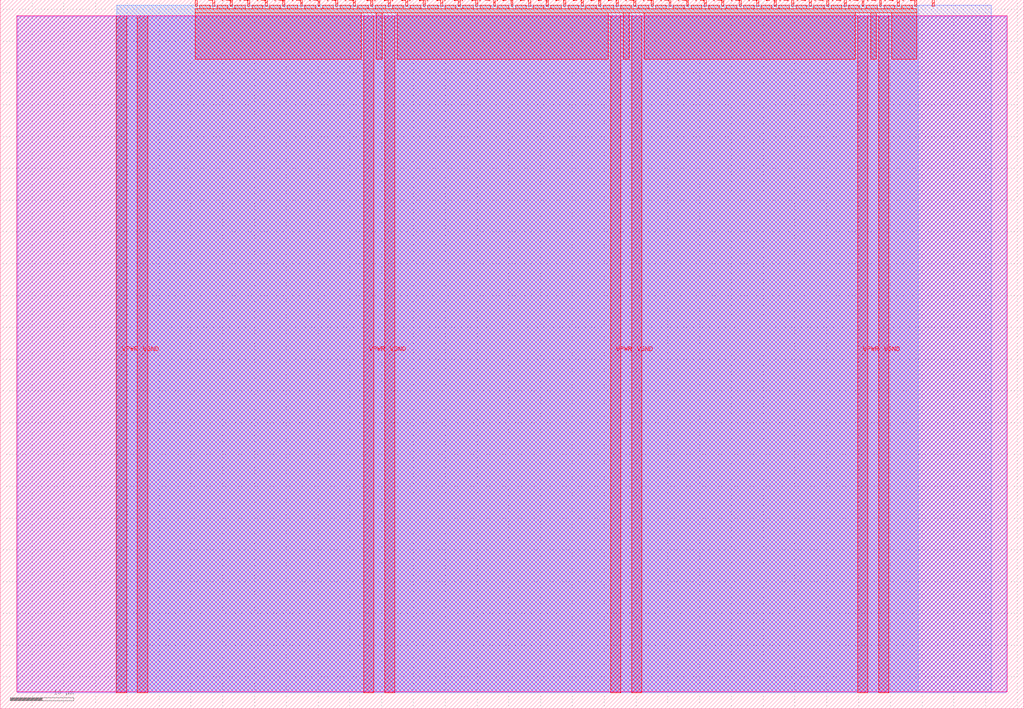
<source format=lef>
VERSION 5.7 ;
  NOWIREEXTENSIONATPIN ON ;
  DIVIDERCHAR "/" ;
  BUSBITCHARS "[]" ;
MACRO tt_um_voting_machine
  CLASS BLOCK ;
  FOREIGN tt_um_voting_machine ;
  ORIGIN 0.000 0.000 ;
  SIZE 161.000 BY 111.520 ;
  PIN VGND
    DIRECTION INOUT ;
    USE GROUND ;
    PORT
      LAYER met4 ;
        RECT 21.580 2.480 23.180 109.040 ;
    END
    PORT
      LAYER met4 ;
        RECT 60.450 2.480 62.050 109.040 ;
    END
    PORT
      LAYER met4 ;
        RECT 99.320 2.480 100.920 109.040 ;
    END
    PORT
      LAYER met4 ;
        RECT 138.190 2.480 139.790 109.040 ;
    END
  END VGND
  PIN VPWR
    DIRECTION INOUT ;
    USE POWER ;
    PORT
      LAYER met4 ;
        RECT 18.280 2.480 19.880 109.040 ;
    END
    PORT
      LAYER met4 ;
        RECT 57.150 2.480 58.750 109.040 ;
    END
    PORT
      LAYER met4 ;
        RECT 96.020 2.480 97.620 109.040 ;
    END
    PORT
      LAYER met4 ;
        RECT 134.890 2.480 136.490 109.040 ;
    END
  END VPWR
  PIN clk
    DIRECTION INPUT ;
    USE SIGNAL ;
    ANTENNAGATEAREA 0.852000 ;
    PORT
      LAYER met4 ;
        RECT 143.830 110.520 144.130 111.520 ;
    END
  END clk
  PIN ena
    DIRECTION INPUT ;
    USE SIGNAL ;
    PORT
      LAYER met4 ;
        RECT 146.590 110.520 146.890 111.520 ;
    END
  END ena
  PIN rst_n
    DIRECTION INPUT ;
    USE SIGNAL ;
    PORT
      LAYER met4 ;
        RECT 141.070 110.520 141.370 111.520 ;
    END
  END rst_n
  PIN ui_in[0]
    DIRECTION INPUT ;
    USE SIGNAL ;
    ANTENNAGATEAREA 0.196500 ;
    PORT
      LAYER met4 ;
        RECT 138.310 110.520 138.610 111.520 ;
    END
  END ui_in[0]
  PIN ui_in[1]
    DIRECTION INPUT ;
    USE SIGNAL ;
    ANTENNAGATEAREA 0.196500 ;
    PORT
      LAYER met4 ;
        RECT 135.550 110.520 135.850 111.520 ;
    END
  END ui_in[1]
  PIN ui_in[2]
    DIRECTION INPUT ;
    USE SIGNAL ;
    ANTENNAGATEAREA 0.196500 ;
    PORT
      LAYER met4 ;
        RECT 132.790 110.520 133.090 111.520 ;
    END
  END ui_in[2]
  PIN ui_in[3]
    DIRECTION INPUT ;
    USE SIGNAL ;
    ANTENNAGATEAREA 0.196500 ;
    PORT
      LAYER met4 ;
        RECT 130.030 110.520 130.330 111.520 ;
    END
  END ui_in[3]
  PIN ui_in[4]
    DIRECTION INPUT ;
    USE SIGNAL ;
    ANTENNAGATEAREA 0.196500 ;
    PORT
      LAYER met4 ;
        RECT 127.270 110.520 127.570 111.520 ;
    END
  END ui_in[4]
  PIN ui_in[5]
    DIRECTION INPUT ;
    USE SIGNAL ;
    ANTENNAGATEAREA 0.196500 ;
    PORT
      LAYER met4 ;
        RECT 124.510 110.520 124.810 111.520 ;
    END
  END ui_in[5]
  PIN ui_in[6]
    DIRECTION INPUT ;
    USE SIGNAL ;
    ANTENNAGATEAREA 0.126000 ;
    PORT
      LAYER met4 ;
        RECT 121.750 110.520 122.050 111.520 ;
    END
  END ui_in[6]
  PIN ui_in[7]
    DIRECTION INPUT ;
    USE SIGNAL ;
    ANTENNAGATEAREA 0.213000 ;
    PORT
      LAYER met4 ;
        RECT 118.990 110.520 119.290 111.520 ;
    END
  END ui_in[7]
  PIN uio_in[0]
    DIRECTION INPUT ;
    USE SIGNAL ;
    PORT
      LAYER met4 ;
        RECT 116.230 110.520 116.530 111.520 ;
    END
  END uio_in[0]
  PIN uio_in[1]
    DIRECTION INPUT ;
    USE SIGNAL ;
    PORT
      LAYER met4 ;
        RECT 113.470 110.520 113.770 111.520 ;
    END
  END uio_in[1]
  PIN uio_in[2]
    DIRECTION INPUT ;
    USE SIGNAL ;
    PORT
      LAYER met4 ;
        RECT 110.710 110.520 111.010 111.520 ;
    END
  END uio_in[2]
  PIN uio_in[3]
    DIRECTION INPUT ;
    USE SIGNAL ;
    PORT
      LAYER met4 ;
        RECT 107.950 110.520 108.250 111.520 ;
    END
  END uio_in[3]
  PIN uio_in[4]
    DIRECTION INPUT ;
    USE SIGNAL ;
    PORT
      LAYER met4 ;
        RECT 105.190 110.520 105.490 111.520 ;
    END
  END uio_in[4]
  PIN uio_in[5]
    DIRECTION INPUT ;
    USE SIGNAL ;
    PORT
      LAYER met4 ;
        RECT 102.430 110.520 102.730 111.520 ;
    END
  END uio_in[5]
  PIN uio_in[6]
    DIRECTION INPUT ;
    USE SIGNAL ;
    PORT
      LAYER met4 ;
        RECT 99.670 110.520 99.970 111.520 ;
    END
  END uio_in[6]
  PIN uio_in[7]
    DIRECTION INPUT ;
    USE SIGNAL ;
    PORT
      LAYER met4 ;
        RECT 96.910 110.520 97.210 111.520 ;
    END
  END uio_in[7]
  PIN uio_oe[0]
    DIRECTION OUTPUT ;
    USE SIGNAL ;
    PORT
      LAYER met4 ;
        RECT 49.990 110.520 50.290 111.520 ;
    END
  END uio_oe[0]
  PIN uio_oe[1]
    DIRECTION OUTPUT ;
    USE SIGNAL ;
    PORT
      LAYER met4 ;
        RECT 47.230 110.520 47.530 111.520 ;
    END
  END uio_oe[1]
  PIN uio_oe[2]
    DIRECTION OUTPUT ;
    USE SIGNAL ;
    PORT
      LAYER met4 ;
        RECT 44.470 110.520 44.770 111.520 ;
    END
  END uio_oe[2]
  PIN uio_oe[3]
    DIRECTION OUTPUT ;
    USE SIGNAL ;
    PORT
      LAYER met4 ;
        RECT 41.710 110.520 42.010 111.520 ;
    END
  END uio_oe[3]
  PIN uio_oe[4]
    DIRECTION OUTPUT ;
    USE SIGNAL ;
    PORT
      LAYER met4 ;
        RECT 38.950 110.520 39.250 111.520 ;
    END
  END uio_oe[4]
  PIN uio_oe[5]
    DIRECTION OUTPUT ;
    USE SIGNAL ;
    PORT
      LAYER met4 ;
        RECT 36.190 110.520 36.490 111.520 ;
    END
  END uio_oe[5]
  PIN uio_oe[6]
    DIRECTION OUTPUT ;
    USE SIGNAL ;
    PORT
      LAYER met4 ;
        RECT 33.430 110.520 33.730 111.520 ;
    END
  END uio_oe[6]
  PIN uio_oe[7]
    DIRECTION OUTPUT ;
    USE SIGNAL ;
    PORT
      LAYER met4 ;
        RECT 30.670 110.520 30.970 111.520 ;
    END
  END uio_oe[7]
  PIN uio_out[0]
    DIRECTION OUTPUT ;
    USE SIGNAL ;
    PORT
      LAYER met4 ;
        RECT 72.070 110.520 72.370 111.520 ;
    END
  END uio_out[0]
  PIN uio_out[1]
    DIRECTION OUTPUT ;
    USE SIGNAL ;
    PORT
      LAYER met4 ;
        RECT 69.310 110.520 69.610 111.520 ;
    END
  END uio_out[1]
  PIN uio_out[2]
    DIRECTION OUTPUT ;
    USE SIGNAL ;
    PORT
      LAYER met4 ;
        RECT 66.550 110.520 66.850 111.520 ;
    END
  END uio_out[2]
  PIN uio_out[3]
    DIRECTION OUTPUT ;
    USE SIGNAL ;
    PORT
      LAYER met4 ;
        RECT 63.790 110.520 64.090 111.520 ;
    END
  END uio_out[3]
  PIN uio_out[4]
    DIRECTION OUTPUT ;
    USE SIGNAL ;
    PORT
      LAYER met4 ;
        RECT 61.030 110.520 61.330 111.520 ;
    END
  END uio_out[4]
  PIN uio_out[5]
    DIRECTION OUTPUT ;
    USE SIGNAL ;
    PORT
      LAYER met4 ;
        RECT 58.270 110.520 58.570 111.520 ;
    END
  END uio_out[5]
  PIN uio_out[6]
    DIRECTION OUTPUT ;
    USE SIGNAL ;
    PORT
      LAYER met4 ;
        RECT 55.510 110.520 55.810 111.520 ;
    END
  END uio_out[6]
  PIN uio_out[7]
    DIRECTION OUTPUT ;
    USE SIGNAL ;
    PORT
      LAYER met4 ;
        RECT 52.750 110.520 53.050 111.520 ;
    END
  END uio_out[7]
  PIN uo_out[0]
    DIRECTION OUTPUT ;
    USE SIGNAL ;
    ANTENNADIFFAREA 0.891000 ;
    PORT
      LAYER met4 ;
        RECT 94.150 110.520 94.450 111.520 ;
    END
  END uo_out[0]
  PIN uo_out[1]
    DIRECTION OUTPUT ;
    USE SIGNAL ;
    ANTENNADIFFAREA 0.891000 ;
    PORT
      LAYER met4 ;
        RECT 91.390 110.520 91.690 111.520 ;
    END
  END uo_out[1]
  PIN uo_out[2]
    DIRECTION OUTPUT ;
    USE SIGNAL ;
    ANTENNADIFFAREA 0.891000 ;
    PORT
      LAYER met4 ;
        RECT 88.630 110.520 88.930 111.520 ;
    END
  END uo_out[2]
  PIN uo_out[3]
    DIRECTION OUTPUT ;
    USE SIGNAL ;
    ANTENNADIFFAREA 0.891000 ;
    PORT
      LAYER met4 ;
        RECT 85.870 110.520 86.170 111.520 ;
    END
  END uo_out[3]
  PIN uo_out[4]
    DIRECTION OUTPUT ;
    USE SIGNAL ;
    ANTENNADIFFAREA 0.445500 ;
    PORT
      LAYER met4 ;
        RECT 83.110 110.520 83.410 111.520 ;
    END
  END uo_out[4]
  PIN uo_out[5]
    DIRECTION OUTPUT ;
    USE SIGNAL ;
    ANTENNADIFFAREA 0.891000 ;
    PORT
      LAYER met4 ;
        RECT 80.350 110.520 80.650 111.520 ;
    END
  END uo_out[5]
  PIN uo_out[6]
    DIRECTION OUTPUT ;
    USE SIGNAL ;
    ANTENNADIFFAREA 0.891000 ;
    PORT
      LAYER met4 ;
        RECT 77.590 110.520 77.890 111.520 ;
    END
  END uo_out[6]
  PIN uo_out[7]
    DIRECTION OUTPUT ;
    USE SIGNAL ;
    ANTENNADIFFAREA 0.891000 ;
    PORT
      LAYER met4 ;
        RECT 74.830 110.520 75.130 111.520 ;
    END
  END uo_out[7]
  OBS
      LAYER nwell ;
        RECT 2.570 2.635 158.430 108.990 ;
      LAYER li1 ;
        RECT 2.760 2.635 158.240 108.885 ;
      LAYER met1 ;
        RECT 2.760 2.480 158.240 109.040 ;
      LAYER met2 ;
        RECT 18.310 2.535 155.840 110.685 ;
      LAYER met3 ;
        RECT 18.290 2.555 144.370 110.665 ;
      LAYER met4 ;
        RECT 31.370 110.120 33.030 110.665 ;
        RECT 34.130 110.120 35.790 110.665 ;
        RECT 36.890 110.120 38.550 110.665 ;
        RECT 39.650 110.120 41.310 110.665 ;
        RECT 42.410 110.120 44.070 110.665 ;
        RECT 45.170 110.120 46.830 110.665 ;
        RECT 47.930 110.120 49.590 110.665 ;
        RECT 50.690 110.120 52.350 110.665 ;
        RECT 53.450 110.120 55.110 110.665 ;
        RECT 56.210 110.120 57.870 110.665 ;
        RECT 58.970 110.120 60.630 110.665 ;
        RECT 61.730 110.120 63.390 110.665 ;
        RECT 64.490 110.120 66.150 110.665 ;
        RECT 67.250 110.120 68.910 110.665 ;
        RECT 70.010 110.120 71.670 110.665 ;
        RECT 72.770 110.120 74.430 110.665 ;
        RECT 75.530 110.120 77.190 110.665 ;
        RECT 78.290 110.120 79.950 110.665 ;
        RECT 81.050 110.120 82.710 110.665 ;
        RECT 83.810 110.120 85.470 110.665 ;
        RECT 86.570 110.120 88.230 110.665 ;
        RECT 89.330 110.120 90.990 110.665 ;
        RECT 92.090 110.120 93.750 110.665 ;
        RECT 94.850 110.120 96.510 110.665 ;
        RECT 97.610 110.120 99.270 110.665 ;
        RECT 100.370 110.120 102.030 110.665 ;
        RECT 103.130 110.120 104.790 110.665 ;
        RECT 105.890 110.120 107.550 110.665 ;
        RECT 108.650 110.120 110.310 110.665 ;
        RECT 111.410 110.120 113.070 110.665 ;
        RECT 114.170 110.120 115.830 110.665 ;
        RECT 116.930 110.120 118.590 110.665 ;
        RECT 119.690 110.120 121.350 110.665 ;
        RECT 122.450 110.120 124.110 110.665 ;
        RECT 125.210 110.120 126.870 110.665 ;
        RECT 127.970 110.120 129.630 110.665 ;
        RECT 130.730 110.120 132.390 110.665 ;
        RECT 133.490 110.120 135.150 110.665 ;
        RECT 136.250 110.120 137.910 110.665 ;
        RECT 139.010 110.120 140.670 110.665 ;
        RECT 141.770 110.120 143.430 110.665 ;
        RECT 30.655 109.440 144.145 110.120 ;
        RECT 30.655 102.175 56.750 109.440 ;
        RECT 59.150 102.175 60.050 109.440 ;
        RECT 62.450 102.175 95.620 109.440 ;
        RECT 98.020 102.175 98.920 109.440 ;
        RECT 101.320 102.175 134.490 109.440 ;
        RECT 136.890 102.175 137.790 109.440 ;
        RECT 140.190 102.175 144.145 109.440 ;
  END
END tt_um_voting_machine
END LIBRARY


</source>
